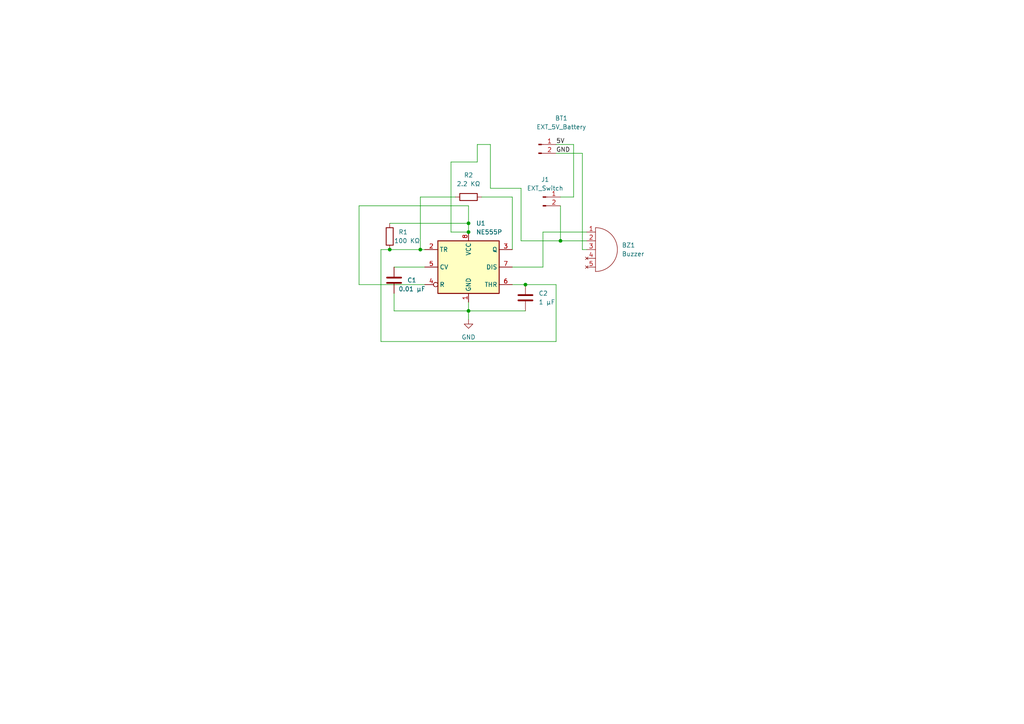
<source format=kicad_sch>
(kicad_sch (version 20231120) (generator "eeschema") (generator_version "8.0")
  (paper "A4")
  (lib_symbols
    (symbol "Connector:Conn_01x02_Pin" (pin_names (offset 1.016) hide)
      (property "Reference" "J" (at 0 2.54 0))
      (property "Value" "Conn_01x02_Pin" (at 0 -5.08 0))
      (symbol "Conn_01x02_Pin_1_1"
        (polyline (pts (xy 1.27 -2.54) (xy 0.8636 -2.54)) (stroke (width 0.1524)))
        (polyline (pts (xy 1.27 0) (xy 0.8636 0)) (stroke (width 0.1524)))
        (rectangle (start 0.8636 -2.413) (end 0 -2.667) (stroke (width 0.1524)) (fill (type outline)))
        (rectangle (start 0.8636 0.127) (end 0 -0.127) (stroke (width 0.1524)) (fill (type outline)))
        (pin passive line (at 5.08 0 180) (length 3.81) (name "Pin_1") (number "1"))
        (pin passive line (at 5.08 -2.54 180) (length 3.81) (name "Pin_2") (number "2"))
      )
    )
    (symbol "Device:Buzzer" (pin_names (offset 0.0254) hide)
      (property "Reference" "BZ1" (at 7.62 -1.27 0))
      (property "Value" "Buzzer" (at 7.62 -3.81 0))
      (symbol "Buzzer_0_1"
        (arc (start 0 -8.89) (mid 6.35 -2.54) (end 0 3.81))
        (polyline (pts (xy 0 3.81) (xy 0 -8.89)))
      )
      (symbol "Buzzer_1_1"
        (pin passive line (at -2.54 2.54 0) (length 2.54) (name "Aux") (number "1"))
        (pin power_in line (at -2.54 0 0) (length 2.54) (name "5V") (number "2"))
        (pin power_in line (at -2.54 -2.54 0) (length 2.54) (name "G") (number "3"))
        (pin no_connect line (at -2.54 -5.08 0) (length 2.54) (name "B") (number "4"))
        (pin no_connect line (at -2.54 -7.62 0) (length 2.54) (name "") (number "5"))
      )
    )
    (symbol "Device:C" (pin_numbers hide) (pin_names (offset 0.254))
      (property "Reference" "C" (at 0.635 2.54 0))
      (property "Value" "C" (at 0.635 -2.54 0))
      (symbol "C_0_1"
        (polyline (pts (xy -2.032 -0.762) (xy 2.032 -0.762)) (stroke (width 0.508)))
        (polyline (pts (xy -2.032 0.762) (xy 2.032 0.762)) (stroke (width 0.508)))
      )
      (symbol "C_1_1"
        (pin passive line (at 0 3.81 270) (length 2.794) (name "~") (number "1"))
        (pin passive line (at 0 -3.81 90) (length 2.794) (name "~") (number "2"))
      )
    )
    (symbol "Device:R" (pin_numbers hide) (pin_names (offset 0))
      (property "Reference" "R" (at 2.032 0 90))
      (property "Value" "R" (at 0 0 90))
      (symbol "R_0_1"
        (rectangle (start -1.016 -2.54) (end 1.016 2.54) (stroke (width 0.254)))
      )
      (symbol "R_1_1"
        (pin passive line (at 0 3.81 270) (length 1.27) (name "~") (number "1"))
        (pin passive line (at 0 -3.81 90) (length 1.27) (name "~") (number "2"))
      )
    )
    (symbol "Timer:NE555P"
      (property "Reference" "U" (at -10.16 8.89 0))
      (property "Value" "NE555P" (at 2.54 8.89 0))
      (symbol "NE555P_0_0"
        (pin power_in line (at 0 -10.16 90) (length 2.54) (name "GND") (number "1"))
        (pin power_in line (at 0 10.16 270) (length 2.54) (name "VCC") (number "8"))
      )
      (symbol "NE555P_0_1"
        (rectangle (start -8.89 -7.62) (end 8.89 7.62) (stroke (width 0.254)) (fill (type background)))
        (rectangle (start -8.89 -7.62) (end 8.89 7.62) (stroke (width 0.254)) (fill (type background)))
      )
      (symbol "NE555P_1_1"
        (pin input line (at -12.7 5.08 0) (length 3.81) (name "TR") (number "2"))
        (pin output line (at 12.7 5.08 180) (length 3.81) (name "Q") (number "3"))
        (pin input inverted (at -12.7 -5.08 0) (length 3.81) (name "R") (number "4"))
        (pin input line (at -12.7 0 0) (length 3.81) (name "CV") (number "5"))
        (pin input line (at 12.7 -5.08 180) (length 3.81) (name "THR") (number "6"))
        (pin input line (at 12.7 0 180) (length 3.81) (name "DIS") (number "7"))
      )
    )
    (symbol "power:GND" (power) (pin_names (offset 0))
      (property "Value" "GND" (at 0 -3.81 0))
      (symbol "GND_0_1"
        (polyline (pts (xy 0 0) (xy 0 -1.27) (xy 1.27 -1.27) (xy 0 -2.54) (xy -1.27 -1.27) (xy 0 -1.27)))
      )
      (symbol "GND_1_1"
        (pin power_in line (at 0 0 270) (length 0) hide (name "GND") (number "1"))
      )
    )
  )
  (junction (at 121.92 72.39))
  (junction (at 152.4 82.55))
  (junction (at 162.56 69.85))
  (junction (at 135.89 67.31))
  (junction (at 113.03 72.39))
  (junction (at 135.89 90.17))
  (junction (at 135.89 64.77))
  (wire (pts (xy 139.7 57.15) (xy 148.59 57.15)))
  (wire (pts (xy 157.48 77.47) (xy 148.59 77.47)))
  (wire (pts (xy 142.24 54.61) (xy 151.13 54.61)))
  (wire (pts (xy 135.89 64.77) (xy 135.89 59.69)))
  (wire (pts (xy 142.24 41.91) (xy 142.24 54.61)))
  (wire (pts (xy 170.18 67.31) (xy 157.48 67.31)))
  (wire (pts (xy 162.56 59.69) (xy 162.56 69.85)))
  (wire (pts (xy 157.48 67.31) (xy 157.48 77.47)))
  (wire (pts (xy 121.92 72.39) (xy 123.19 72.39)))
  (wire (pts (xy 161.29 41.91) (xy 166.37 41.91)))
  (wire (pts (xy 151.13 54.61) (xy 151.13 69.85)))
  (wire (pts (xy 113.03 64.77) (xy 135.89 64.77)))
  (wire (pts (xy 113.03 72.39) (xy 121.92 72.39)))
  (wire (pts (xy 162.56 69.85) (xy 170.18 69.85)))
  (wire (pts (xy 161.29 82.55) (xy 152.4 82.55)))
  (wire (pts (xy 104.14 59.69) (xy 104.14 82.55)))
  (wire (pts (xy 135.89 87.63) (xy 135.89 90.17)))
  (wire (pts (xy 135.89 90.17) (xy 135.89 92.71)))
  (wire (pts (xy 166.37 57.15) (xy 162.56 57.15)))
  (wire (pts (xy 110.49 99.06) (xy 161.29 99.06)))
  (wire (pts (xy 138.43 41.91) (xy 142.24 41.91)))
  (wire (pts (xy 161.29 99.06) (xy 161.29 82.55)))
  (wire (pts (xy 135.89 90.17) (xy 152.4 90.17)))
  (wire (pts (xy 113.03 72.39) (xy 110.49 72.39)))
  (wire (pts (xy 121.92 72.39) (xy 121.92 57.15)))
  (wire (pts (xy 135.89 64.77) (xy 135.89 67.31)))
  (wire (pts (xy 121.92 57.15) (xy 132.08 57.15)))
  (wire (pts (xy 104.14 82.55) (xy 123.19 82.55)))
  (wire (pts (xy 148.59 57.15) (xy 148.59 72.39)))
  (wire (pts (xy 168.91 72.39) (xy 170.18 72.39)))
  (wire (pts (xy 151.13 69.85) (xy 162.56 69.85)))
  (wire (pts (xy 148.59 82.55) (xy 152.4 82.55)))
  (wire (pts (xy 110.49 72.39) (xy 110.49 99.06)))
  (wire (pts (xy 168.91 44.45) (xy 168.91 72.39)))
  (wire (pts (xy 135.89 67.31) (xy 130.81 67.31)))
  (wire (pts (xy 166.37 57.15) (xy 166.37 41.91)))
  (wire (pts (xy 161.29 44.45) (xy 168.91 44.45)))
  (wire (pts (xy 114.3 85.09) (xy 114.3 90.17)))
  (wire (pts (xy 123.19 77.47) (xy 114.3 77.47)))
  (wire (pts (xy 130.81 46.99) (xy 138.43 46.99)))
  (wire (pts (xy 114.3 90.17) (xy 135.89 90.17)))
  (wire (pts (xy 138.43 41.91) (xy 138.43 46.99)))
  (wire (pts (xy 135.89 59.69) (xy 104.14 59.69)))
  (wire (pts (xy 130.81 67.31) (xy 130.81 46.99)))
  (label "GND" (at 161.29 44.45 0))
  (label "5V" (at 161.29 41.91 0))
  (symbol (lib_id "Connector:Conn_01x02_Pin") (at 156.21 41.91 0) (unit 1)
    (property "Reference" "BT1" (at 162.814 34.29 0))
    (property "Value" "EXT_5V_Battery" (at 162.814 36.83 0))
    (property "Footprint" "mylibrary:External_Connection_2pin" (effects (hide yes)))
    (property "Description" "Generic connector, single row, 01x02, script generated" (effects (hide yes)))
  )
  (symbol (lib_id "Device:C") (at 114.3 81.28 0) (unit 1)
    (property "Reference" "C1" (at 118.11 81.28 0) (effects (justify left)))
    (property "Value" "0.01 μF" (at 115.57 83.82 0) (effects (justify left)))
    (property "Footprint" "Capacitor_THT:CP_Axial_L11.0mm_D5.0mm_P18.00mm_Horizontal" (effects (hide yes)))
  )
  (symbol (lib_id "Timer:NE555P") (at 135.89 77.47 0) (unit 1)
    (property "Reference" "U1" (at 138.0841 64.77 0) (effects (justify left)))
    (property "Value" "NE555P" (at 138.0841 67.31 0) (effects (justify left)))
    (property "Footprint" "Package_DIP:DIP-8_W7.62mm" (effects (hide yes)))
    (property "Datasheet" "http://www.ti.com/lit/ds/symlink/ne555.pdf" (effects (hide yes)))
  )
  (symbol (lib_id "Device:R") (at 135.89 57.15 90) (unit 1)
    (property "Reference" "R2" (at 135.89 50.8 90))
    (property "Value" "2.2 KΩ" (at 135.89 53.34 90))
    (property "Footprint" "Resistor_THT:R_Axial_DIN0207_L6.3mm_D2.5mm_P10.16mm_Horizontal" (effects (hide yes)))
  )
  (symbol (lib_id "Device:C") (at 152.4 86.36 0) (unit 1)
    (property "Reference" "C2" (at 156.21 85.09 0) (effects (justify left)))
    (property "Value" "1 μF" (at 156.21 87.63 0) (effects (justify left)))
    (property "Footprint" "Capacitor_THT:CP_Axial_L10.0mm_D6.0mm_P15.00mm_Horizontal" (effects (hide yes)))
  )
  (symbol (lib_id "Device:Buzzer") (at 172.72 69.85 0) (unit 1)
    (property "Reference" "BZ1" (at 180.34 71.12 0) (effects (justify left)))
    (property "Value" "Buzzer" (at 180.34 73.66 0) (effects (justify left)))
    (property "Footprint" "mylibrary:Buzzer_Connection" (effects (hide yes)))
    (property "Description" "Buzzer, polarized" (effects (hide yes)))
  )
  (symbol (lib_id "Connector:Conn_01x02_Pin") (at 157.48 57.15 0) (unit 1)
    (property "Reference" "J1" (at 158.115 52.07 0))
    (property "Value" "EXT_Switch" (at 158.115 54.61 0))
    (property "Footprint" "mylibrary:External_Connection_2pin" (effects (hide yes)))
    (property "Description" "Generic connector, single row, 01x02, script generated" (effects (hide yes)))
  )
  (symbol (lib_id "Device:R") (at 113.03 68.58 0) (unit 1)
    (property "Reference" "R1" (at 115.57 67.31 0) (effects (justify left)))
    (property "Value" "100 KΩ" (at 114.3 69.85 0) (effects (justify left)))
    (property "Footprint" "Resistor_THT:R_Axial_DIN0207_L6.3mm_D2.5mm_P10.16mm_Horizontal" (effects (hide yes)))
  )
  (symbol (lib_id "power:GND") (at 135.89 92.71 0) (unit 1)
    (property "Reference" "#PWR01" (effects (hide yes)))
    (property "Value" "GND" (at 135.89 97.79 0))
  )
)
</source>
